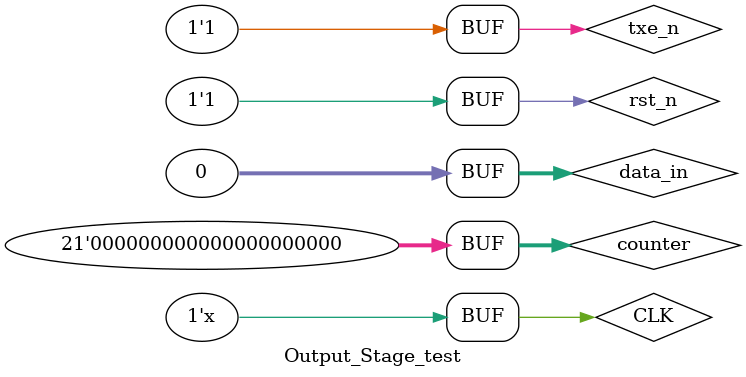
<source format=v>
`timescale 1ns / 1ps


module Output_Stage_test;

	// Inputs
	reg rst_n;
	reg CLK;
	reg txe_n;
	reg [31:0] data_in;
	reg [20:0] counter;

	// Outputs
	wire [31:0] data;
	wire [3:0] be;
	wire wr_n;

	// Instantiate the Unit Under Test (UUT)
	Output_Stage uut (
		.rst_n(rst_n), 
		.CLK(CLK), 
		.txe_n(txe_n), 
		.data_in(data_in), 
		.counter(counter), 
		.data(data), 
		.be(be), 
		.wr_n(wr_n)
	);

	initial begin
		// Initialize Inputs
		rst_n = 1;
		CLK = 0;
		txe_n = 1;
		data_in = 0;
		counter = 0;

		// Wait 100 ns for global reset to finish
		#100;
       rst_n = 1'b0;
		 #100;
		 rst_n = 1'b1;
		 #100;
		// Add stimulus here
	
	end
   
	always #7 CLK =~CLK;
	
	
endmodule


</source>
